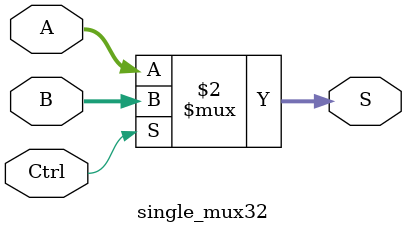
<source format=v>
`timescale 1ns / 1ps
module single_mux32(A, B, Ctrl, S);//2to1MUX
 parameter N = 32;//N=32
 input wire [N-1:0] A, B;
 input Ctrl;
 output wire [N-1:0] S;
 assign S = (Ctrl == 1'b0) ? (A) : (B);


endmodule

</source>
